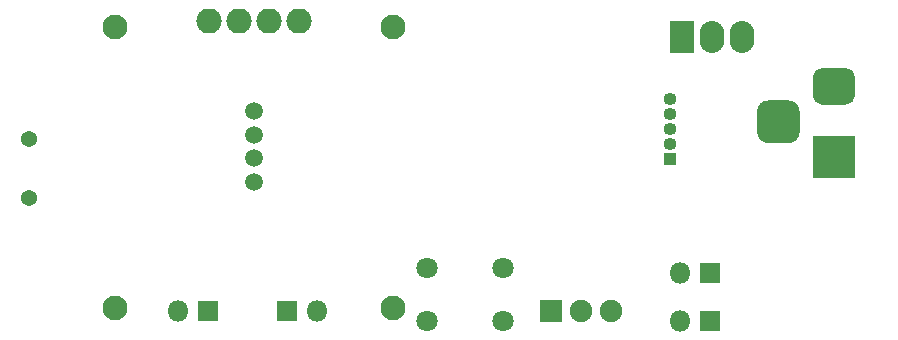
<source format=gbs>
G04 #@! TF.GenerationSoftware,KiCad,Pcbnew,(5.1.6-0-10_14)*
G04 #@! TF.CreationDate,2020-10-28T15:49:20+09:00*
G04 #@! TF.ProjectId,NinjaLAMP,4e696e6a-614c-4414-9d50-2e6b69636164,rev?*
G04 #@! TF.SameCoordinates,Original*
G04 #@! TF.FileFunction,Soldermask,Bot*
G04 #@! TF.FilePolarity,Negative*
%FSLAX46Y46*%
G04 Gerber Fmt 4.6, Leading zero omitted, Abs format (unit mm)*
G04 Created by KiCad (PCBNEW (5.1.6-0-10_14)) date 2020-10-28 15:49:20*
%MOMM*%
%LPD*%
G01*
G04 APERTURE LIST*
%ADD10R,1.100000X1.100000*%
%ADD11O,1.100000X1.100000*%
%ADD12C,2.100000*%
%ADD13O,2.132000X2.132000*%
%ADD14C,1.499540*%
%ADD15R,1.800000X1.800000*%
%ADD16O,1.800000X1.800000*%
%ADD17R,3.600000X3.600000*%
%ADD18R,2.100000X2.700000*%
%ADD19O,2.100000X2.700000*%
%ADD20O,1.900000X1.900000*%
%ADD21R,1.900000X1.900000*%
%ADD22C,1.800000*%
%ADD23C,1.370000*%
G04 APERTURE END LIST*
D10*
G04 #@! TO.C,J2*
X168732500Y-101697000D03*
D11*
X168732500Y-100427000D03*
X168732500Y-99157000D03*
X168732500Y-97887000D03*
X168732500Y-96617000D03*
G04 #@! TD*
D12*
G04 #@! TO.C,D1*
X145270000Y-90540000D03*
X121770000Y-90540000D03*
X121770000Y-114340000D03*
X145270000Y-114340000D03*
D13*
X129710000Y-90040000D03*
X132250000Y-90040000D03*
X134790000Y-90040000D03*
X137330000Y-90040000D03*
G04 #@! TD*
D14*
G04 #@! TO.C,D2*
X133520000Y-103659740D03*
X133520000Y-101658220D03*
X133520000Y-99661780D03*
X133520000Y-97660260D03*
G04 #@! TD*
D15*
G04 #@! TO.C,HEATER1*
X172149240Y-115442800D03*
D16*
X169609240Y-115442800D03*
G04 #@! TD*
G04 #@! TO.C,HEATER2*
X169619400Y-111369400D03*
D15*
X172159400Y-111369400D03*
G04 #@! TD*
D17*
G04 #@! TO.C,J1*
X182624200Y-101574400D03*
G36*
G01*
X181599200Y-94024400D02*
X183649200Y-94024400D01*
G75*
G02*
X184424200Y-94799400I0J-775000D01*
G01*
X184424200Y-96349400D01*
G75*
G02*
X183649200Y-97124400I-775000J0D01*
G01*
X181599200Y-97124400D01*
G75*
G02*
X180824200Y-96349400I0J775000D01*
G01*
X180824200Y-94799400D01*
G75*
G02*
X181599200Y-94024400I775000J0D01*
G01*
G37*
G36*
G01*
X177024200Y-96774400D02*
X178824200Y-96774400D01*
G75*
G02*
X179724200Y-97674400I0J-900000D01*
G01*
X179724200Y-99474400D01*
G75*
G02*
X178824200Y-100374400I-900000J0D01*
G01*
X177024200Y-100374400D01*
G75*
G02*
X176124200Y-99474400I0J900000D01*
G01*
X176124200Y-97674400D01*
G75*
G02*
X177024200Y-96774400I900000J0D01*
G01*
G37*
G04 #@! TD*
D18*
G04 #@! TO.C,FAN1*
X169759100Y-91439800D03*
D19*
X172299100Y-91439800D03*
X174839100Y-91439800D03*
G04 #@! TD*
D15*
G04 #@! TO.C,NTC_AIR1*
X136320000Y-114630000D03*
D16*
X138860000Y-114630000D03*
G04 #@! TD*
G04 #@! TO.C,NTC_WELL1*
X127112500Y-114630000D03*
D15*
X129652500Y-114630000D03*
G04 #@! TD*
D20*
G04 #@! TO.C,EXTRA_Q1*
X163762500Y-114557000D03*
X161222500Y-114557000D03*
D21*
X158682500Y-114557000D03*
G04 #@! TD*
D22*
G04 #@! TO.C,SW1*
X148142500Y-115467000D03*
X154642500Y-115467000D03*
X148142500Y-110967000D03*
X154642500Y-110967000D03*
G04 #@! TD*
D23*
G04 #@! TO.C,SW2*
X114520000Y-100040640D03*
X114520000Y-105039360D03*
G04 #@! TD*
M02*

</source>
